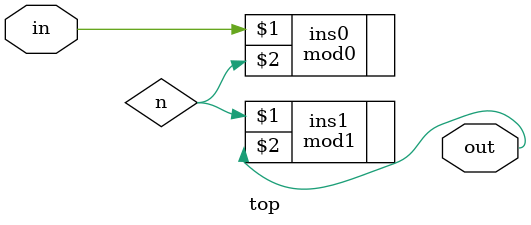
<source format=v>
module top(input in, output out);
  wire n;
  mod0 ins0(in, n);
  mod1 ins1(n, out);
endmodule
</source>
